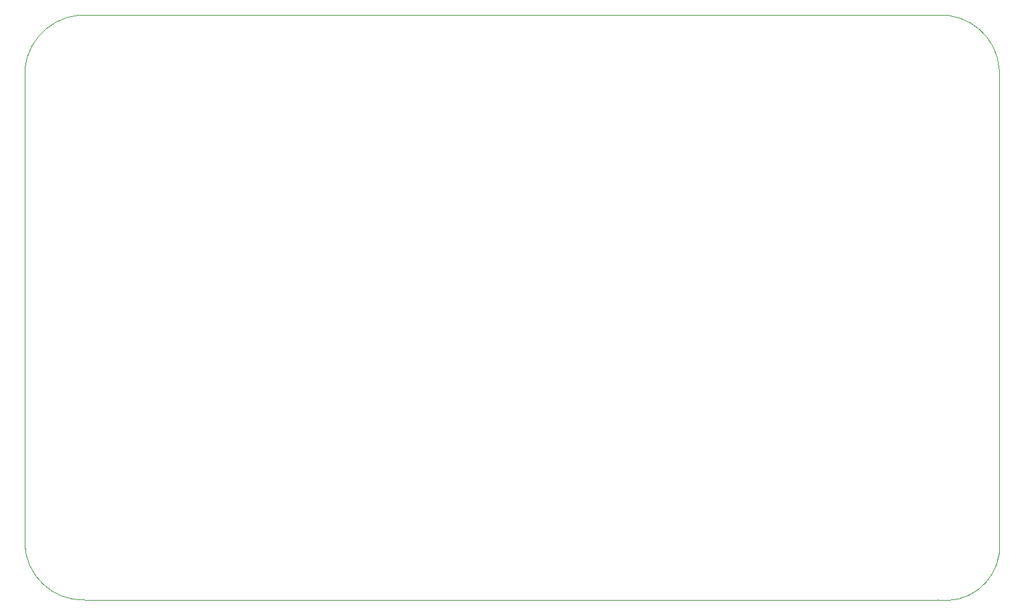
<source format=gbr>
%TF.GenerationSoftware,KiCad,Pcbnew,(6.0.7)*%
%TF.CreationDate,2022-11-15T15:08:31+02:00*%
%TF.ProjectId,Cell_Holder_Board,43656c6c-5f48-46f6-9c64-65725f426f61,rev?*%
%TF.SameCoordinates,Original*%
%TF.FileFunction,Paste,Bot*%
%TF.FilePolarity,Positive*%
%FSLAX46Y46*%
G04 Gerber Fmt 4.6, Leading zero omitted, Abs format (unit mm)*
G04 Created by KiCad (PCBNEW (6.0.7)) date 2022-11-15 15:08:31*
%MOMM*%
%LPD*%
G01*
G04 APERTURE LIST*
%TA.AperFunction,Profile*%
%ADD10C,0.100000*%
%TD*%
G04 APERTURE END LIST*
D10*
X157658800Y-34927400D02*
X47658800Y-34927400D01*
X165658800Y-104927400D02*
X165658800Y-41927400D01*
X157658800Y-110927402D02*
G75*
G03*
X165658800Y-104927400I1010310J6986252D01*
G01*
X39158800Y-41927400D02*
X39158800Y-103677400D01*
X165658813Y-41927399D02*
G75*
G03*
X157658800Y-34927400I-7530713J-535101D01*
G01*
X39158800Y-103677400D02*
G75*
G03*
X46908800Y-110927400I7563800J318200D01*
G01*
X46908800Y-110927400D02*
X157658800Y-110927400D01*
X47658801Y-34927391D02*
G75*
G03*
X39158800Y-41927400I-731661J-7772269D01*
G01*
M02*

</source>
